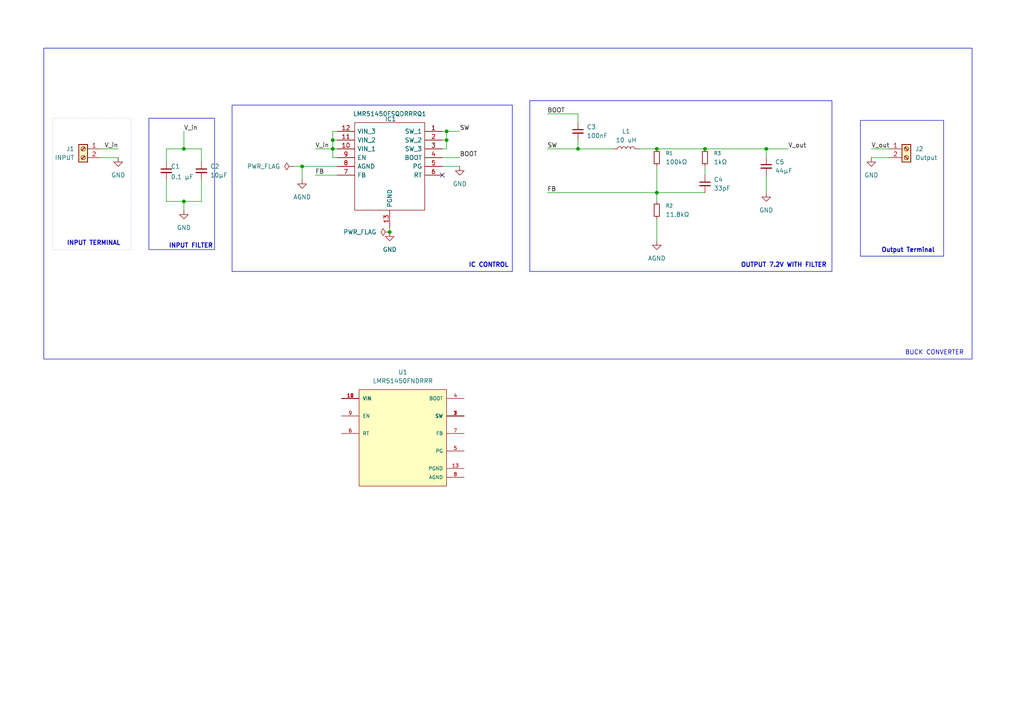
<source format=kicad_sch>
(kicad_sch
	(version 20250114)
	(generator "eeschema")
	(generator_version "9.0")
	(uuid "06198e1d-ef6e-479e-8c91-c0d5c719c1e2")
	(paper "A4")
	(lib_symbols
		(symbol "Connector:Screw_Terminal_01x02"
			(pin_names
				(offset 1.016)
				(hide yes)
			)
			(exclude_from_sim no)
			(in_bom yes)
			(on_board yes)
			(property "Reference" "J"
				(at 0 2.54 0)
				(effects
					(font
						(size 1.27 1.27)
					)
				)
			)
			(property "Value" "Screw_Terminal_01x02"
				(at 0 -5.08 0)
				(effects
					(font
						(size 1.27 1.27)
					)
				)
			)
			(property "Footprint" ""
				(at 0 0 0)
				(effects
					(font
						(size 1.27 1.27)
					)
					(hide yes)
				)
			)
			(property "Datasheet" "~"
				(at 0 0 0)
				(effects
					(font
						(size 1.27 1.27)
					)
					(hide yes)
				)
			)
			(property "Description" "Generic screw terminal, single row, 01x02, script generated (kicad-library-utils/schlib/autogen/connector/)"
				(at 0 0 0)
				(effects
					(font
						(size 1.27 1.27)
					)
					(hide yes)
				)
			)
			(property "ki_keywords" "screw terminal"
				(at 0 0 0)
				(effects
					(font
						(size 1.27 1.27)
					)
					(hide yes)
				)
			)
			(property "ki_fp_filters" "TerminalBlock*:*"
				(at 0 0 0)
				(effects
					(font
						(size 1.27 1.27)
					)
					(hide yes)
				)
			)
			(symbol "Screw_Terminal_01x02_1_1"
				(rectangle
					(start -1.27 1.27)
					(end 1.27 -3.81)
					(stroke
						(width 0.254)
						(type default)
					)
					(fill
						(type background)
					)
				)
				(polyline
					(pts
						(xy -0.5334 0.3302) (xy 0.3302 -0.508)
					)
					(stroke
						(width 0.1524)
						(type default)
					)
					(fill
						(type none)
					)
				)
				(polyline
					(pts
						(xy -0.5334 -2.2098) (xy 0.3302 -3.048)
					)
					(stroke
						(width 0.1524)
						(type default)
					)
					(fill
						(type none)
					)
				)
				(polyline
					(pts
						(xy -0.3556 0.508) (xy 0.508 -0.3302)
					)
					(stroke
						(width 0.1524)
						(type default)
					)
					(fill
						(type none)
					)
				)
				(polyline
					(pts
						(xy -0.3556 -2.032) (xy 0.508 -2.8702)
					)
					(stroke
						(width 0.1524)
						(type default)
					)
					(fill
						(type none)
					)
				)
				(circle
					(center 0 0)
					(radius 0.635)
					(stroke
						(width 0.1524)
						(type default)
					)
					(fill
						(type none)
					)
				)
				(circle
					(center 0 -2.54)
					(radius 0.635)
					(stroke
						(width 0.1524)
						(type default)
					)
					(fill
						(type none)
					)
				)
				(pin passive line
					(at -5.08 0 0)
					(length 3.81)
					(name "Pin_1"
						(effects
							(font
								(size 1.27 1.27)
							)
						)
					)
					(number "1"
						(effects
							(font
								(size 1.27 1.27)
							)
						)
					)
				)
				(pin passive line
					(at -5.08 -2.54 0)
					(length 3.81)
					(name "Pin_2"
						(effects
							(font
								(size 1.27 1.27)
							)
						)
					)
					(number "2"
						(effects
							(font
								(size 1.27 1.27)
							)
						)
					)
				)
			)
			(embedded_fonts no)
		)
		(symbol "Device:C_Small"
			(pin_numbers
				(hide yes)
			)
			(pin_names
				(offset 0.254)
				(hide yes)
			)
			(exclude_from_sim no)
			(in_bom yes)
			(on_board yes)
			(property "Reference" "C"
				(at 0.254 1.778 0)
				(effects
					(font
						(size 1.27 1.27)
					)
					(justify left)
				)
			)
			(property "Value" "C_Small"
				(at 0.254 -2.032 0)
				(effects
					(font
						(size 1.27 1.27)
					)
					(justify left)
				)
			)
			(property "Footprint" ""
				(at 0 0 0)
				(effects
					(font
						(size 1.27 1.27)
					)
					(hide yes)
				)
			)
			(property "Datasheet" "~"
				(at 0 0 0)
				(effects
					(font
						(size 1.27 1.27)
					)
					(hide yes)
				)
			)
			(property "Description" "Unpolarized capacitor, small symbol"
				(at 0 0 0)
				(effects
					(font
						(size 1.27 1.27)
					)
					(hide yes)
				)
			)
			(property "ki_keywords" "capacitor cap"
				(at 0 0 0)
				(effects
					(font
						(size 1.27 1.27)
					)
					(hide yes)
				)
			)
			(property "ki_fp_filters" "C_*"
				(at 0 0 0)
				(effects
					(font
						(size 1.27 1.27)
					)
					(hide yes)
				)
			)
			(symbol "C_Small_0_1"
				(polyline
					(pts
						(xy -1.524 0.508) (xy 1.524 0.508)
					)
					(stroke
						(width 0.3048)
						(type default)
					)
					(fill
						(type none)
					)
				)
				(polyline
					(pts
						(xy -1.524 -0.508) (xy 1.524 -0.508)
					)
					(stroke
						(width 0.3302)
						(type default)
					)
					(fill
						(type none)
					)
				)
			)
			(symbol "C_Small_1_1"
				(pin passive line
					(at 0 2.54 270)
					(length 2.032)
					(name "~"
						(effects
							(font
								(size 1.27 1.27)
							)
						)
					)
					(number "1"
						(effects
							(font
								(size 1.27 1.27)
							)
						)
					)
				)
				(pin passive line
					(at 0 -2.54 90)
					(length 2.032)
					(name "~"
						(effects
							(font
								(size 1.27 1.27)
							)
						)
					)
					(number "2"
						(effects
							(font
								(size 1.27 1.27)
							)
						)
					)
				)
			)
			(embedded_fonts no)
		)
		(symbol "Device:L"
			(pin_numbers
				(hide yes)
			)
			(pin_names
				(offset 1.016)
				(hide yes)
			)
			(exclude_from_sim no)
			(in_bom yes)
			(on_board yes)
			(property "Reference" "L"
				(at -1.27 0 90)
				(effects
					(font
						(size 1.27 1.27)
					)
				)
			)
			(property "Value" "L"
				(at 1.905 0 90)
				(effects
					(font
						(size 1.27 1.27)
					)
				)
			)
			(property "Footprint" ""
				(at 0 0 0)
				(effects
					(font
						(size 1.27 1.27)
					)
					(hide yes)
				)
			)
			(property "Datasheet" "~"
				(at 0 0 0)
				(effects
					(font
						(size 1.27 1.27)
					)
					(hide yes)
				)
			)
			(property "Description" "Inductor"
				(at 0 0 0)
				(effects
					(font
						(size 1.27 1.27)
					)
					(hide yes)
				)
			)
			(property "ki_keywords" "inductor choke coil reactor magnetic"
				(at 0 0 0)
				(effects
					(font
						(size 1.27 1.27)
					)
					(hide yes)
				)
			)
			(property "ki_fp_filters" "Choke_* *Coil* Inductor_* L_*"
				(at 0 0 0)
				(effects
					(font
						(size 1.27 1.27)
					)
					(hide yes)
				)
			)
			(symbol "L_0_1"
				(arc
					(start 0 2.54)
					(mid 0.6323 1.905)
					(end 0 1.27)
					(stroke
						(width 0)
						(type default)
					)
					(fill
						(type none)
					)
				)
				(arc
					(start 0 1.27)
					(mid 0.6323 0.635)
					(end 0 0)
					(stroke
						(width 0)
						(type default)
					)
					(fill
						(type none)
					)
				)
				(arc
					(start 0 0)
					(mid 0.6323 -0.635)
					(end 0 -1.27)
					(stroke
						(width 0)
						(type default)
					)
					(fill
						(type none)
					)
				)
				(arc
					(start 0 -1.27)
					(mid 0.6323 -1.905)
					(end 0 -2.54)
					(stroke
						(width 0)
						(type default)
					)
					(fill
						(type none)
					)
				)
			)
			(symbol "L_1_1"
				(pin passive line
					(at 0 3.81 270)
					(length 1.27)
					(name "1"
						(effects
							(font
								(size 1.27 1.27)
							)
						)
					)
					(number "1"
						(effects
							(font
								(size 1.27 1.27)
							)
						)
					)
				)
				(pin passive line
					(at 0 -3.81 90)
					(length 1.27)
					(name "2"
						(effects
							(font
								(size 1.27 1.27)
							)
						)
					)
					(number "2"
						(effects
							(font
								(size 1.27 1.27)
							)
						)
					)
				)
			)
			(embedded_fonts no)
		)
		(symbol "Device:R_Small"
			(pin_numbers
				(hide yes)
			)
			(pin_names
				(offset 0.254)
				(hide yes)
			)
			(exclude_from_sim no)
			(in_bom yes)
			(on_board yes)
			(property "Reference" "R"
				(at 0 0 90)
				(effects
					(font
						(size 1.016 1.016)
					)
				)
			)
			(property "Value" "R_Small"
				(at 1.778 0 90)
				(effects
					(font
						(size 1.27 1.27)
					)
				)
			)
			(property "Footprint" ""
				(at 0 0 0)
				(effects
					(font
						(size 1.27 1.27)
					)
					(hide yes)
				)
			)
			(property "Datasheet" "~"
				(at 0 0 0)
				(effects
					(font
						(size 1.27 1.27)
					)
					(hide yes)
				)
			)
			(property "Description" "Resistor, small symbol"
				(at 0 0 0)
				(effects
					(font
						(size 1.27 1.27)
					)
					(hide yes)
				)
			)
			(property "ki_keywords" "R resistor"
				(at 0 0 0)
				(effects
					(font
						(size 1.27 1.27)
					)
					(hide yes)
				)
			)
			(property "ki_fp_filters" "R_*"
				(at 0 0 0)
				(effects
					(font
						(size 1.27 1.27)
					)
					(hide yes)
				)
			)
			(symbol "R_Small_0_1"
				(rectangle
					(start -0.762 1.778)
					(end 0.762 -1.778)
					(stroke
						(width 0.2032)
						(type default)
					)
					(fill
						(type none)
					)
				)
			)
			(symbol "R_Small_1_1"
				(pin passive line
					(at 0 2.54 270)
					(length 0.762)
					(name "~"
						(effects
							(font
								(size 1.27 1.27)
							)
						)
					)
					(number "1"
						(effects
							(font
								(size 1.27 1.27)
							)
						)
					)
				)
				(pin passive line
					(at 0 -2.54 90)
					(length 0.762)
					(name "~"
						(effects
							(font
								(size 1.27 1.27)
							)
						)
					)
					(number "2"
						(effects
							(font
								(size 1.27 1.27)
							)
						)
					)
				)
			)
			(embedded_fonts no)
		)
		(symbol "LMR51450FNDRRR:LMR51450FNDRRR"
			(pin_names
				(offset 1.016)
			)
			(exclude_from_sim no)
			(in_bom yes)
			(on_board yes)
			(property "Reference" "U"
				(at -12.7 13.335 0)
				(effects
					(font
						(size 1.27 1.27)
					)
					(justify left bottom)
				)
			)
			(property "Value" "LMR51450FNDRRR"
				(at -12.7 -17.78 0)
				(effects
					(font
						(size 1.27 1.27)
					)
					(justify left bottom)
				)
			)
			(property "Footprint" "LMR51450FNDRRR:CONV_LMR51450FNDRRR"
				(at 0 0 0)
				(effects
					(font
						(size 1.27 1.27)
					)
					(justify bottom)
					(hide yes)
				)
			)
			(property "Datasheet" ""
				(at 0 0 0)
				(effects
					(font
						(size 1.27 1.27)
					)
					(hide yes)
				)
			)
			(property "Description" ""
				(at 0 0 0)
				(effects
					(font
						(size 1.27 1.27)
					)
					(hide yes)
				)
			)
			(property "MF" "Texas Instruments"
				(at 0 0 0)
				(effects
					(font
						(size 1.27 1.27)
					)
					(justify bottom)
					(hide yes)
				)
			)
			(property "MAXIMUM_PACKAGE_HEIGHT" "0.80 mm"
				(at 0 0 0)
				(effects
					(font
						(size 1.27 1.27)
					)
					(justify bottom)
					(hide yes)
				)
			)
			(property "Package" "WSON-12 Texas Instruments"
				(at 0 0 0)
				(effects
					(font
						(size 1.27 1.27)
					)
					(justify bottom)
					(hide yes)
				)
			)
			(property "Price" "None"
				(at 0 0 0)
				(effects
					(font
						(size 1.27 1.27)
					)
					(justify bottom)
					(hide yes)
				)
			)
			(property "Check_prices" "https://www.snapeda.com/parts/LMR51450FNDRRR/Texas+Instruments/view-part/?ref=eda"
				(at 0 0 0)
				(effects
					(font
						(size 1.27 1.27)
					)
					(justify bottom)
					(hide yes)
				)
			)
			(property "STANDARD" "Manufacturer Recommendations"
				(at 0 0 0)
				(effects
					(font
						(size 1.27 1.27)
					)
					(justify bottom)
					(hide yes)
				)
			)
			(property "PARTREV" "December 2022"
				(at 0 0 0)
				(effects
					(font
						(size 1.27 1.27)
					)
					(justify bottom)
					(hide yes)
				)
			)
			(property "SnapEDA_Link" "https://www.snapeda.com/parts/LMR51450FNDRRR/Texas+Instruments/view-part/?ref=snap"
				(at 0 0 0)
				(effects
					(font
						(size 1.27 1.27)
					)
					(justify bottom)
					(hide yes)
				)
			)
			(property "MP" "LMR51450FNDRRR"
				(at 0 0 0)
				(effects
					(font
						(size 1.27 1.27)
					)
					(justify bottom)
					(hide yes)
				)
			)
			(property "Description_1" "36-V, 5-A synchronous buck converter"
				(at 0 0 0)
				(effects
					(font
						(size 1.27 1.27)
					)
					(justify bottom)
					(hide yes)
				)
			)
			(property "Availability" "In Stock"
				(at 0 0 0)
				(effects
					(font
						(size 1.27 1.27)
					)
					(justify bottom)
					(hide yes)
				)
			)
			(property "MANUFACTURER" "Texas Instruments"
				(at 0 0 0)
				(effects
					(font
						(size 1.27 1.27)
					)
					(justify bottom)
					(hide yes)
				)
			)
			(symbol "LMR51450FNDRRR_0_0"
				(rectangle
					(start -12.7 -15.24)
					(end 12.7 12.7)
					(stroke
						(width 0.1524)
						(type default)
					)
					(fill
						(type background)
					)
				)
				(pin input line
					(at -17.78 10.16 0)
					(length 5.08)
					(name "VIN"
						(effects
							(font
								(size 1.016 1.016)
							)
						)
					)
					(number "10"
						(effects
							(font
								(size 1.016 1.016)
							)
						)
					)
				)
				(pin input line
					(at -17.78 10.16 0)
					(length 5.08)
					(name "VIN"
						(effects
							(font
								(size 1.016 1.016)
							)
						)
					)
					(number "11"
						(effects
							(font
								(size 1.016 1.016)
							)
						)
					)
				)
				(pin input line
					(at -17.78 10.16 0)
					(length 5.08)
					(name "VIN"
						(effects
							(font
								(size 1.016 1.016)
							)
						)
					)
					(number "12"
						(effects
							(font
								(size 1.016 1.016)
							)
						)
					)
				)
				(pin input line
					(at -17.78 5.08 0)
					(length 5.08)
					(name "EN"
						(effects
							(font
								(size 1.016 1.016)
							)
						)
					)
					(number "9"
						(effects
							(font
								(size 1.016 1.016)
							)
						)
					)
				)
				(pin input line
					(at -17.78 0 0)
					(length 5.08)
					(name "RT"
						(effects
							(font
								(size 1.016 1.016)
							)
						)
					)
					(number "6"
						(effects
							(font
								(size 1.016 1.016)
							)
						)
					)
				)
				(pin passive line
					(at 17.78 10.16 180)
					(length 5.08)
					(name "BOOT"
						(effects
							(font
								(size 1.016 1.016)
							)
						)
					)
					(number "4"
						(effects
							(font
								(size 1.016 1.016)
							)
						)
					)
				)
				(pin output line
					(at 17.78 5.08 180)
					(length 5.08)
					(name "SW"
						(effects
							(font
								(size 1.016 1.016)
							)
						)
					)
					(number "1"
						(effects
							(font
								(size 1.016 1.016)
							)
						)
					)
				)
				(pin output line
					(at 17.78 5.08 180)
					(length 5.08)
					(name "SW"
						(effects
							(font
								(size 1.016 1.016)
							)
						)
					)
					(number "2"
						(effects
							(font
								(size 1.016 1.016)
							)
						)
					)
				)
				(pin output line
					(at 17.78 5.08 180)
					(length 5.08)
					(name "SW"
						(effects
							(font
								(size 1.016 1.016)
							)
						)
					)
					(number "3"
						(effects
							(font
								(size 1.016 1.016)
							)
						)
					)
				)
				(pin input line
					(at 17.78 0 180)
					(length 5.08)
					(name "FB"
						(effects
							(font
								(size 1.016 1.016)
							)
						)
					)
					(number "7"
						(effects
							(font
								(size 1.016 1.016)
							)
						)
					)
				)
				(pin output line
					(at 17.78 -5.08 180)
					(length 5.08)
					(name "PG"
						(effects
							(font
								(size 1.016 1.016)
							)
						)
					)
					(number "5"
						(effects
							(font
								(size 1.016 1.016)
							)
						)
					)
				)
				(pin power_in line
					(at 17.78 -10.16 180)
					(length 5.08)
					(name "PGND"
						(effects
							(font
								(size 1.016 1.016)
							)
						)
					)
					(number "13"
						(effects
							(font
								(size 1.016 1.016)
							)
						)
					)
				)
				(pin power_in line
					(at 17.78 -12.7 180)
					(length 5.08)
					(name "AGND"
						(effects
							(font
								(size 1.016 1.016)
							)
						)
					)
					(number "8"
						(effects
							(font
								(size 1.016 1.016)
							)
						)
					)
				)
			)
			(embedded_fonts no)
		)
		(symbol "LMR51450FSQDRRRQ1:LMR51450FSQDRRRQ1"
			(pin_names
				(offset 0.762)
			)
			(exclude_from_sim no)
			(in_bom yes)
			(on_board yes)
			(property "Reference" "IC"
				(at 26.67 7.62 0)
				(effects
					(font
						(size 1.27 1.27)
					)
					(justify left)
				)
			)
			(property "Value" "LMR51450FSQDRRRQ1"
				(at 26.67 5.08 0)
				(effects
					(font
						(size 1.27 1.27)
					)
					(justify left)
				)
			)
			(property "Footprint" "SON50P300X300X80-13N-D"
				(at 26.67 2.54 0)
				(effects
					(font
						(size 1.27 1.27)
					)
					(justify left)
					(hide yes)
				)
			)
			(property "Datasheet" "https://www.ti.com/lit/ds/symlink/lmr51450-q1.pdf?ts=1754385833072&ref_url=https%253A%252F%252Fwww.ti.com%252Fproduct%252FLMR51450-Q1%252Fpart-details%252FLMR51450FSQDRRRQ1%253Futm_source%253Dgoogle%2526utm_medium%253Dcpc%2526utm_campaign%253Dapp-null-nul"
				(at 26.67 0 0)
				(effects
					(font
						(size 1.27 1.27)
					)
					(justify left)
					(hide yes)
				)
			)
			(property "Description" "Switching Voltage Regulators Automotive 36V 6A Synchronous buck con"
				(at 0 0 0)
				(effects
					(font
						(size 1.27 1.27)
					)
					(hide yes)
				)
			)
			(property "Description_1" "Switching Voltage Regulators Automotive 36V 6A Synchronous buck con"
				(at 26.67 -2.54 0)
				(effects
					(font
						(size 1.27 1.27)
					)
					(justify left)
					(hide yes)
				)
			)
			(property "Height" "0.8"
				(at 26.67 -5.08 0)
				(effects
					(font
						(size 1.27 1.27)
					)
					(justify left)
					(hide yes)
				)
			)
			(property "Mouser Part Number" "595-LMR51450FSQDRRQ1"
				(at 26.67 -7.62 0)
				(effects
					(font
						(size 1.27 1.27)
					)
					(justify left)
					(hide yes)
				)
			)
			(property "Mouser Price/Stock" "https://www.mouser.co.uk/ProductDetail/Texas-Instruments/LMR51450FSQDRRRQ1?qs=iLKYxzqNS76%252BZaNCQflYjw%3D%3D"
				(at 26.67 -10.16 0)
				(effects
					(font
						(size 1.27 1.27)
					)
					(justify left)
					(hide yes)
				)
			)
			(property "Manufacturer_Name" "Texas Instruments"
				(at 26.67 -12.7 0)
				(effects
					(font
						(size 1.27 1.27)
					)
					(justify left)
					(hide yes)
				)
			)
			(property "Manufacturer_Part_Number" "LMR51450FSQDRRRQ1"
				(at 26.67 -15.24 0)
				(effects
					(font
						(size 1.27 1.27)
					)
					(justify left)
					(hide yes)
				)
			)
			(symbol "LMR51450FSQDRRRQ1_0_0"
				(pin passive line
					(at 0 0 0)
					(length 5.08)
					(name "SW_1"
						(effects
							(font
								(size 1.27 1.27)
							)
						)
					)
					(number "1"
						(effects
							(font
								(size 1.27 1.27)
							)
						)
					)
				)
				(pin passive line
					(at 0 -2.54 0)
					(length 5.08)
					(name "SW_2"
						(effects
							(font
								(size 1.27 1.27)
							)
						)
					)
					(number "2"
						(effects
							(font
								(size 1.27 1.27)
							)
						)
					)
				)
				(pin passive line
					(at 0 -5.08 0)
					(length 5.08)
					(name "SW_3"
						(effects
							(font
								(size 1.27 1.27)
							)
						)
					)
					(number "3"
						(effects
							(font
								(size 1.27 1.27)
							)
						)
					)
				)
				(pin passive line
					(at 0 -7.62 0)
					(length 5.08)
					(name "BOOT"
						(effects
							(font
								(size 1.27 1.27)
							)
						)
					)
					(number "4"
						(effects
							(font
								(size 1.27 1.27)
							)
						)
					)
				)
				(pin passive line
					(at 0 -10.16 0)
					(length 5.08)
					(name "PG"
						(effects
							(font
								(size 1.27 1.27)
							)
						)
					)
					(number "5"
						(effects
							(font
								(size 1.27 1.27)
							)
						)
					)
				)
				(pin passive line
					(at 0 -12.7 0)
					(length 5.08)
					(name "RT"
						(effects
							(font
								(size 1.27 1.27)
							)
						)
					)
					(number "6"
						(effects
							(font
								(size 1.27 1.27)
							)
						)
					)
				)
				(pin passive line
					(at 15.24 -27.94 90)
					(length 5.08)
					(name "PGND"
						(effects
							(font
								(size 1.27 1.27)
							)
						)
					)
					(number "13"
						(effects
							(font
								(size 1.27 1.27)
							)
						)
					)
				)
				(pin passive line
					(at 30.48 0 180)
					(length 5.08)
					(name "VIN_3"
						(effects
							(font
								(size 1.27 1.27)
							)
						)
					)
					(number "12"
						(effects
							(font
								(size 1.27 1.27)
							)
						)
					)
				)
				(pin passive line
					(at 30.48 -2.54 180)
					(length 5.08)
					(name "VIN_2"
						(effects
							(font
								(size 1.27 1.27)
							)
						)
					)
					(number "11"
						(effects
							(font
								(size 1.27 1.27)
							)
						)
					)
				)
				(pin passive line
					(at 30.48 -5.08 180)
					(length 5.08)
					(name "VIN_1"
						(effects
							(font
								(size 1.27 1.27)
							)
						)
					)
					(number "10"
						(effects
							(font
								(size 1.27 1.27)
							)
						)
					)
				)
				(pin passive line
					(at 30.48 -7.62 180)
					(length 5.08)
					(name "EN"
						(effects
							(font
								(size 1.27 1.27)
							)
						)
					)
					(number "9"
						(effects
							(font
								(size 1.27 1.27)
							)
						)
					)
				)
				(pin passive line
					(at 30.48 -10.16 180)
					(length 5.08)
					(name "AGND"
						(effects
							(font
								(size 1.27 1.27)
							)
						)
					)
					(number "8"
						(effects
							(font
								(size 1.27 1.27)
							)
						)
					)
				)
				(pin passive line
					(at 30.48 -12.7 180)
					(length 5.08)
					(name "FB"
						(effects
							(font
								(size 1.27 1.27)
							)
						)
					)
					(number "7"
						(effects
							(font
								(size 1.27 1.27)
							)
						)
					)
				)
			)
			(symbol "LMR51450FSQDRRRQ1_0_1"
				(polyline
					(pts
						(xy 5.08 2.54) (xy 25.4 2.54) (xy 25.4 -22.86) (xy 5.08 -22.86) (xy 5.08 2.54)
					)
					(stroke
						(width 0.1524)
						(type solid)
					)
					(fill
						(type none)
					)
				)
			)
			(embedded_fonts no)
		)
		(symbol "power:GND"
			(power)
			(pin_numbers
				(hide yes)
			)
			(pin_names
				(offset 0)
				(hide yes)
			)
			(exclude_from_sim no)
			(in_bom yes)
			(on_board yes)
			(property "Reference" "#PWR"
				(at 0 -6.35 0)
				(effects
					(font
						(size 1.27 1.27)
					)
					(hide yes)
				)
			)
			(property "Value" "GND"
				(at 0 -3.81 0)
				(effects
					(font
						(size 1.27 1.27)
					)
				)
			)
			(property "Footprint" ""
				(at 0 0 0)
				(effects
					(font
						(size 1.27 1.27)
					)
					(hide yes)
				)
			)
			(property "Datasheet" ""
				(at 0 0 0)
				(effects
					(font
						(size 1.27 1.27)
					)
					(hide yes)
				)
			)
			(property "Description" "Power symbol creates a global label with name \"GND\" , ground"
				(at 0 0 0)
				(effects
					(font
						(size 1.27 1.27)
					)
					(hide yes)
				)
			)
			(property "ki_keywords" "global power"
				(at 0 0 0)
				(effects
					(font
						(size 1.27 1.27)
					)
					(hide yes)
				)
			)
			(symbol "GND_0_1"
				(polyline
					(pts
						(xy 0 0) (xy 0 -1.27) (xy 1.27 -1.27) (xy 0 -2.54) (xy -1.27 -1.27) (xy 0 -1.27)
					)
					(stroke
						(width 0)
						(type default)
					)
					(fill
						(type none)
					)
				)
			)
			(symbol "GND_1_1"
				(pin power_in line
					(at 0 0 270)
					(length 0)
					(name "~"
						(effects
							(font
								(size 1.27 1.27)
							)
						)
					)
					(number "1"
						(effects
							(font
								(size 1.27 1.27)
							)
						)
					)
				)
			)
			(embedded_fonts no)
		)
		(symbol "power:GND1"
			(power)
			(pin_numbers
				(hide yes)
			)
			(pin_names
				(offset 0)
				(hide yes)
			)
			(exclude_from_sim no)
			(in_bom yes)
			(on_board yes)
			(property "Reference" "#PWR"
				(at 0 -6.35 0)
				(effects
					(font
						(size 1.27 1.27)
					)
					(hide yes)
				)
			)
			(property "Value" "GND1"
				(at 0 -3.81 0)
				(effects
					(font
						(size 1.27 1.27)
					)
				)
			)
			(property "Footprint" ""
				(at 0 0 0)
				(effects
					(font
						(size 1.27 1.27)
					)
					(hide yes)
				)
			)
			(property "Datasheet" ""
				(at 0 0 0)
				(effects
					(font
						(size 1.27 1.27)
					)
					(hide yes)
				)
			)
			(property "Description" "Power symbol creates a global label with name \"GND1\" , ground"
				(at 0 0 0)
				(effects
					(font
						(size 1.27 1.27)
					)
					(hide yes)
				)
			)
			(property "ki_keywords" "global power"
				(at 0 0 0)
				(effects
					(font
						(size 1.27 1.27)
					)
					(hide yes)
				)
			)
			(symbol "GND1_0_1"
				(polyline
					(pts
						(xy 0 0) (xy 0 -1.27) (xy 1.27 -1.27) (xy 0 -2.54) (xy -1.27 -1.27) (xy 0 -1.27)
					)
					(stroke
						(width 0)
						(type default)
					)
					(fill
						(type none)
					)
				)
			)
			(symbol "GND1_1_1"
				(pin power_in line
					(at 0 0 270)
					(length 0)
					(name "~"
						(effects
							(font
								(size 1.27 1.27)
							)
						)
					)
					(number "1"
						(effects
							(font
								(size 1.27 1.27)
							)
						)
					)
				)
			)
			(embedded_fonts no)
		)
		(symbol "power:PWR_FLAG"
			(power)
			(pin_numbers
				(hide yes)
			)
			(pin_names
				(offset 0)
				(hide yes)
			)
			(exclude_from_sim no)
			(in_bom yes)
			(on_board yes)
			(property "Reference" "#FLG"
				(at 0 1.905 0)
				(effects
					(font
						(size 1.27 1.27)
					)
					(hide yes)
				)
			)
			(property "Value" "PWR_FLAG"
				(at 0 3.81 0)
				(effects
					(font
						(size 1.27 1.27)
					)
				)
			)
			(property "Footprint" ""
				(at 0 0 0)
				(effects
					(font
						(size 1.27 1.27)
					)
					(hide yes)
				)
			)
			(property "Datasheet" "~"
				(at 0 0 0)
				(effects
					(font
						(size 1.27 1.27)
					)
					(hide yes)
				)
			)
			(property "Description" "Special symbol for telling ERC where power comes from"
				(at 0 0 0)
				(effects
					(font
						(size 1.27 1.27)
					)
					(hide yes)
				)
			)
			(property "ki_keywords" "flag power"
				(at 0 0 0)
				(effects
					(font
						(size 1.27 1.27)
					)
					(hide yes)
				)
			)
			(symbol "PWR_FLAG_0_0"
				(pin power_out line
					(at 0 0 90)
					(length 0)
					(name "~"
						(effects
							(font
								(size 1.27 1.27)
							)
						)
					)
					(number "1"
						(effects
							(font
								(size 1.27 1.27)
							)
						)
					)
				)
			)
			(symbol "PWR_FLAG_0_1"
				(polyline
					(pts
						(xy 0 0) (xy 0 1.27) (xy -1.016 1.905) (xy 0 2.54) (xy 1.016 1.905) (xy 0 1.27)
					)
					(stroke
						(width 0)
						(type default)
					)
					(fill
						(type none)
					)
				)
			)
			(embedded_fonts no)
		)
	)
	(rectangle
		(start 43.18 34.29)
		(end 62.23 72.39)
		(stroke
			(width 0)
			(type default)
		)
		(fill
			(type none)
		)
		(uuid 03d3885d-0b50-4d58-9a8d-a41eae815ff1)
	)
	(rectangle
		(start 15.24 34.29)
		(end 38.1 72.39)
		(stroke
			(width 0.0254)
			(type dot)
		)
		(fill
			(type none)
		)
		(uuid 3b5ee514-e882-4b96-9650-85d0db097b7f)
	)
	(rectangle
		(start 249.555 34.925)
		(end 273.685 74.295)
		(stroke
			(width 0)
			(type default)
		)
		(fill
			(type none)
		)
		(uuid ae9fefb8-f041-422e-b62a-b8f4f5ab04ed)
	)
	(rectangle
		(start 67.31 30.48)
		(end 148.59 78.74)
		(stroke
			(width 0)
			(type default)
		)
		(fill
			(type none)
		)
		(uuid baa00e92-cd50-4eaa-8ef2-d457459c0b2c)
	)
	(rectangle
		(start 12.7 13.97)
		(end 281.94 104.14)
		(stroke
			(width 0)
			(type default)
		)
		(fill
			(type none)
		)
		(uuid d2b68a17-4277-4588-8ef7-ec1658f3ed9f)
	)
	(rectangle
		(start 153.67 29.21)
		(end 241.3 78.74)
		(stroke
			(width 0)
			(type default)
		)
		(fill
			(type none)
		)
		(uuid e78b618b-25f4-4476-80b9-344f72214b88)
	)
	(text "BUCK CONVERTER"
		(exclude_from_sim no)
		(at 271.018 102.362 0)
		(effects
			(font
				(size 1.27 1.27)
			)
		)
		(uuid "1d90e203-c803-408b-b708-04a2f41afcd0")
	)
	(text "INPUT FILTER"
		(exclude_from_sim no)
		(at 55.372 71.374 0)
		(effects
			(font
				(size 1.27 1.27)
				(thickness 0.254)
				(bold yes)
			)
		)
		(uuid "3b82f307-cbd5-4157-8dad-f1280977983f")
	)
	(text "Output Terminal"
		(exclude_from_sim no)
		(at 263.398 72.644 0)
		(effects
			(font
				(size 1.27 1.27)
				(thickness 0.254)
				(bold yes)
			)
		)
		(uuid "6befab9f-034a-4992-9bd8-7c5d3ac92e3c")
	)
	(text "INPUT TERMINAL"
		(exclude_from_sim no)
		(at 27.178 70.612 0)
		(effects
			(font
				(size 1.27 1.27)
				(thickness 0.254)
				(bold yes)
			)
		)
		(uuid "92bd2a8a-323a-4a57-bae8-40b32cab62d7")
	)
	(text "OUTPUT 7.2V WITH FILTER"
		(exclude_from_sim no)
		(at 227.33 76.962 0)
		(effects
			(font
				(size 1.27 1.27)
				(thickness 0.254)
				(bold yes)
			)
		)
		(uuid "b2bd81be-dce5-417c-b650-6f8889bb4ea2")
	)
	(text "IC CONTROL"
		(exclude_from_sim no)
		(at 141.732 76.962 0)
		(effects
			(font
				(size 1.27 1.27)
				(thickness 0.254)
				(bold yes)
			)
		)
		(uuid "dbce6435-4244-47fa-8a76-b9378fef4de1")
	)
	(junction
		(at 204.47 43.18)
		(diameter 0)
		(color 0 0 0 0)
		(uuid "0420b784-5bb0-45d3-9e17-5dbfb4a1319b")
	)
	(junction
		(at 53.34 58.42)
		(diameter 0)
		(color 0 0 0 0)
		(uuid "0c7d6fdc-60cc-44bb-bd1a-d3c30692299b")
	)
	(junction
		(at 53.34 43.18)
		(diameter 0)
		(color 0 0 0 0)
		(uuid "0fa6a7f3-9579-42ac-ae9b-46760685ce6d")
	)
	(junction
		(at 87.63 48.26)
		(diameter 0)
		(color 0 0 0 0)
		(uuid "341867bb-8289-4630-bd8a-7c020e0b5c68")
	)
	(junction
		(at 190.5 55.88)
		(diameter 0)
		(color 0 0 0 0)
		(uuid "401dccf8-0b9b-454e-8bad-022c8c117e61")
	)
	(junction
		(at 129.54 40.64)
		(diameter 0)
		(color 0 0 0 0)
		(uuid "44f73a1b-4af5-4a43-be6e-ae8b889c6c2c")
	)
	(junction
		(at 113.03 67.31)
		(diameter 0)
		(color 0 0 0 0)
		(uuid "4dbd3df1-4ce1-41dd-a5b2-60ceb09b2a42")
	)
	(junction
		(at 96.52 40.64)
		(diameter 0)
		(color 0 0 0 0)
		(uuid "6fab095b-e5ce-44ae-8729-a417b62df86e")
	)
	(junction
		(at 222.25 43.18)
		(diameter 0)
		(color 0 0 0 0)
		(uuid "9302631b-e719-4a21-8aa5-0ed579505bf4")
	)
	(junction
		(at 190.5 43.18)
		(diameter 0)
		(color 0 0 0 0)
		(uuid "a6926a37-4c7c-4e65-b7a8-cfd01fc82bc6")
	)
	(junction
		(at 96.52 43.18)
		(diameter 0)
		(color 0 0 0 0)
		(uuid "a8205c3a-24e3-4d0a-9e96-52fb5adca192")
	)
	(junction
		(at 167.64 43.18)
		(diameter 0)
		(color 0 0 0 0)
		(uuid "bac646e2-8ae5-4560-9860-313ec6514af3")
	)
	(junction
		(at 129.54 38.1)
		(diameter 0)
		(color 0 0 0 0)
		(uuid "f64a0abb-4e94-423f-88c9-f519632c68f6")
	)
	(no_connect
		(at 128.27 50.8)
		(uuid "241f1d81-6651-4bca-8305-0bafcec730e7")
	)
	(wire
		(pts
			(xy 58.42 58.42) (xy 53.34 58.42)
		)
		(stroke
			(width 0)
			(type default)
		)
		(uuid "00f0ff13-9c01-42ac-a5a5-eb91b11a74ef")
	)
	(wire
		(pts
			(xy 158.75 33.02) (xy 167.64 33.02)
		)
		(stroke
			(width 0)
			(type default)
		)
		(uuid "041d7eb2-4e35-4d2e-803f-bf979abd72fe")
	)
	(wire
		(pts
			(xy 190.5 48.26) (xy 190.5 55.88)
		)
		(stroke
			(width 0)
			(type default)
		)
		(uuid "0b8fc17b-5042-4aff-a6e9-5b6a1617142c")
	)
	(wire
		(pts
			(xy 190.5 63.5) (xy 190.5 69.85)
		)
		(stroke
			(width 0)
			(type default)
		)
		(uuid "105d4e8e-00da-44c4-ac2f-fc1c05c0612e")
	)
	(wire
		(pts
			(xy 204.47 48.26) (xy 204.47 50.8)
		)
		(stroke
			(width 0)
			(type default)
		)
		(uuid "12329cba-53d0-4084-ac39-bfda712bbdac")
	)
	(wire
		(pts
			(xy 96.52 40.64) (xy 97.79 40.64)
		)
		(stroke
			(width 0)
			(type default)
		)
		(uuid "19d20edb-8883-4765-a5d0-3d9e808dd487")
	)
	(wire
		(pts
			(xy 128.27 38.1) (xy 129.54 38.1)
		)
		(stroke
			(width 0)
			(type default)
		)
		(uuid "207490a5-ea38-4f5d-ac49-669905993be8")
	)
	(wire
		(pts
			(xy 34.29 45.72) (xy 29.21 45.72)
		)
		(stroke
			(width 0)
			(type default)
		)
		(uuid "29aa59ac-49c7-417b-b376-8d298a2e8d6f")
	)
	(wire
		(pts
			(xy 167.64 33.02) (xy 167.64 35.56)
		)
		(stroke
			(width 0)
			(type default)
		)
		(uuid "2b36d430-f525-48e7-b465-bf6c1844b3af")
	)
	(wire
		(pts
			(xy 158.75 43.18) (xy 167.64 43.18)
		)
		(stroke
			(width 0)
			(type default)
		)
		(uuid "2eabe810-4467-46e0-9530-0275c36f0af4")
	)
	(wire
		(pts
			(xy 96.52 38.1) (xy 96.52 40.64)
		)
		(stroke
			(width 0)
			(type default)
		)
		(uuid "342de68b-cab2-4d1f-87b1-15209c7988e4")
	)
	(wire
		(pts
			(xy 96.52 45.72) (xy 96.52 43.18)
		)
		(stroke
			(width 0)
			(type default)
		)
		(uuid "4943a1df-4e30-4eed-8f6b-331575cc531d")
	)
	(wire
		(pts
			(xy 222.25 45.72) (xy 222.25 43.18)
		)
		(stroke
			(width 0)
			(type default)
		)
		(uuid "499f3535-0e5a-4af2-9e4d-8c84bde72618")
	)
	(wire
		(pts
			(xy 128.27 43.18) (xy 129.54 43.18)
		)
		(stroke
			(width 0)
			(type default)
		)
		(uuid "4cf82c39-c88a-41fb-91cf-373993fc95e6")
	)
	(wire
		(pts
			(xy 87.63 48.26) (xy 97.79 48.26)
		)
		(stroke
			(width 0)
			(type default)
		)
		(uuid "53c512d4-a1d1-435d-bcf8-b0ef1927edd1")
	)
	(wire
		(pts
			(xy 190.5 55.88) (xy 190.5 58.42)
		)
		(stroke
			(width 0)
			(type default)
		)
		(uuid "5c449a60-ed5d-4b55-97a7-c16a58ca4d00")
	)
	(wire
		(pts
			(xy 91.44 50.8) (xy 97.79 50.8)
		)
		(stroke
			(width 0)
			(type default)
		)
		(uuid "669763f7-041e-4b1f-8c22-7cc191e98892")
	)
	(wire
		(pts
			(xy 85.09 48.26) (xy 87.63 48.26)
		)
		(stroke
			(width 0)
			(type default)
		)
		(uuid "68922b1d-7b76-4b7d-b29d-e42b44b2deac")
	)
	(wire
		(pts
			(xy 53.34 43.18) (xy 53.34 38.1)
		)
		(stroke
			(width 0)
			(type default)
		)
		(uuid "6ab63ad0-2b2f-44fd-bb4f-c6fcb7320bf8")
	)
	(wire
		(pts
			(xy 48.26 46.99) (xy 48.26 43.18)
		)
		(stroke
			(width 0)
			(type default)
		)
		(uuid "6b78441c-af77-484e-ac18-fdece3c7e1da")
	)
	(wire
		(pts
			(xy 129.54 40.64) (xy 129.54 38.1)
		)
		(stroke
			(width 0)
			(type default)
		)
		(uuid "6bf80eae-5404-4eab-98f4-ce18e37f8d89")
	)
	(wire
		(pts
			(xy 222.25 50.8) (xy 222.25 55.88)
		)
		(stroke
			(width 0)
			(type default)
		)
		(uuid "6eba747c-ae15-42d2-81a9-8c77cae9c964")
	)
	(wire
		(pts
			(xy 190.5 43.18) (xy 204.47 43.18)
		)
		(stroke
			(width 0)
			(type default)
		)
		(uuid "6f8b1df7-3016-46a6-be35-976e7ad188f2")
	)
	(wire
		(pts
			(xy 91.44 43.18) (xy 96.52 43.18)
		)
		(stroke
			(width 0)
			(type default)
		)
		(uuid "7099c5ab-69df-44b7-a8c8-debbe207e622")
	)
	(wire
		(pts
			(xy 129.54 38.1) (xy 133.35 38.1)
		)
		(stroke
			(width 0)
			(type default)
		)
		(uuid "716b01b8-de89-4b54-bfae-936bd7e972f8")
	)
	(wire
		(pts
			(xy 222.25 43.18) (xy 204.47 43.18)
		)
		(stroke
			(width 0)
			(type default)
		)
		(uuid "7c05d47e-e35a-4e39-b224-4d2078f7fad4")
	)
	(wire
		(pts
			(xy 58.42 43.18) (xy 53.34 43.18)
		)
		(stroke
			(width 0)
			(type default)
		)
		(uuid "7fdd0e3d-e524-4112-a506-c86f9bb3d58b")
	)
	(wire
		(pts
			(xy 48.26 52.07) (xy 48.26 58.42)
		)
		(stroke
			(width 0)
			(type default)
		)
		(uuid "8769bf60-9e27-481f-8660-aebda37d4f36")
	)
	(wire
		(pts
			(xy 128.27 40.64) (xy 129.54 40.64)
		)
		(stroke
			(width 0)
			(type default)
		)
		(uuid "89a86593-868a-4a8a-8214-adf0f12eecb1")
	)
	(wire
		(pts
			(xy 97.79 45.72) (xy 96.52 45.72)
		)
		(stroke
			(width 0)
			(type default)
		)
		(uuid "8c53f373-2728-45ec-be0a-05efaf4fdcce")
	)
	(wire
		(pts
			(xy 167.64 40.64) (xy 167.64 43.18)
		)
		(stroke
			(width 0)
			(type default)
		)
		(uuid "96120056-5b13-452d-a6fe-6122055c0a91")
	)
	(wire
		(pts
			(xy 185.42 43.18) (xy 190.5 43.18)
		)
		(stroke
			(width 0)
			(type default)
		)
		(uuid "97a953bd-a4d2-42be-ae23-3a2ba14a1dd6")
	)
	(wire
		(pts
			(xy 252.73 45.72) (xy 257.81 45.72)
		)
		(stroke
			(width 0)
			(type default)
		)
		(uuid "a249deda-3dde-4e17-b004-0d66d6f9b0dd")
	)
	(wire
		(pts
			(xy 97.79 38.1) (xy 96.52 38.1)
		)
		(stroke
			(width 0)
			(type default)
		)
		(uuid "abe643d6-663c-493c-bc5e-a1a5eb7a7081")
	)
	(wire
		(pts
			(xy 34.29 43.18) (xy 29.21 43.18)
		)
		(stroke
			(width 0)
			(type default)
		)
		(uuid "aec3e686-0e33-44a1-84df-d045567a1311")
	)
	(wire
		(pts
			(xy 190.5 55.88) (xy 204.47 55.88)
		)
		(stroke
			(width 0)
			(type default)
		)
		(uuid "b96c8028-4375-4670-9a69-78cf9ea4093e")
	)
	(wire
		(pts
			(xy 113.03 66.04) (xy 113.03 67.31)
		)
		(stroke
			(width 0)
			(type default)
		)
		(uuid "be5ba5cb-a907-4480-a56b-d1595b7c4e0f")
	)
	(wire
		(pts
			(xy 129.54 43.18) (xy 129.54 40.64)
		)
		(stroke
			(width 0)
			(type default)
		)
		(uuid "c414ac76-d7dc-41f6-8caa-6fc986f7e63b")
	)
	(wire
		(pts
			(xy 128.27 48.26) (xy 133.35 48.26)
		)
		(stroke
			(width 0)
			(type default)
		)
		(uuid "c6eb5260-ee46-4f20-ae97-1cb080cbf49b")
	)
	(wire
		(pts
			(xy 222.25 43.18) (xy 228.6 43.18)
		)
		(stroke
			(width 0)
			(type default)
		)
		(uuid "c8f039dc-f52d-460a-8044-e059df1d4e84")
	)
	(wire
		(pts
			(xy 158.75 55.88) (xy 190.5 55.88)
		)
		(stroke
			(width 0)
			(type default)
		)
		(uuid "ca7753b5-a543-4451-9fac-ec77c2b41eac")
	)
	(wire
		(pts
			(xy 96.52 40.64) (xy 96.52 43.18)
		)
		(stroke
			(width 0)
			(type default)
		)
		(uuid "d26416da-6cec-4ec8-97e3-2cf95264db5f")
	)
	(wire
		(pts
			(xy 53.34 58.42) (xy 53.34 60.96)
		)
		(stroke
			(width 0)
			(type default)
		)
		(uuid "d3cdc5dc-1a9a-4120-8668-3a5122737d07")
	)
	(wire
		(pts
			(xy 96.52 43.18) (xy 97.79 43.18)
		)
		(stroke
			(width 0)
			(type default)
		)
		(uuid "d82e11b6-d548-4512-80b3-1cb0807cc3c7")
	)
	(wire
		(pts
			(xy 252.73 43.18) (xy 257.81 43.18)
		)
		(stroke
			(width 0)
			(type default)
		)
		(uuid "e60afed8-305f-4de2-a2de-f16014b5976c")
	)
	(wire
		(pts
			(xy 87.63 52.07) (xy 87.63 48.26)
		)
		(stroke
			(width 0)
			(type default)
		)
		(uuid "ee899066-728b-4bae-8a85-be63284764ec")
	)
	(wire
		(pts
			(xy 128.27 45.72) (xy 133.35 45.72)
		)
		(stroke
			(width 0)
			(type default)
		)
		(uuid "eea20365-519f-40f8-8386-fe40951b00e4")
	)
	(wire
		(pts
			(xy 167.64 43.18) (xy 177.8 43.18)
		)
		(stroke
			(width 0)
			(type default)
		)
		(uuid "f2cd53b2-a722-4c36-b132-a64b39c39319")
	)
	(wire
		(pts
			(xy 58.42 52.07) (xy 58.42 58.42)
		)
		(stroke
			(width 0)
			(type default)
		)
		(uuid "f3ab4eb1-49d2-4f4d-89cd-ccd7834a1fc2")
	)
	(wire
		(pts
			(xy 58.42 43.18) (xy 58.42 46.99)
		)
		(stroke
			(width 0)
			(type default)
		)
		(uuid "fac47136-9324-47d8-be6c-7267a0705e3a")
	)
	(wire
		(pts
			(xy 48.26 43.18) (xy 53.34 43.18)
		)
		(stroke
			(width 0)
			(type default)
		)
		(uuid "fb609d94-5853-4c6c-aeaa-ba9f82d928b0")
	)
	(wire
		(pts
			(xy 48.26 58.42) (xy 53.34 58.42)
		)
		(stroke
			(width 0)
			(type default)
		)
		(uuid "fbe42a8b-515a-4c08-94c5-9d14d4cd6ef8")
	)
	(label "BOOT"
		(at 158.75 33.02 0)
		(effects
			(font
				(size 1.27 1.27)
			)
			(justify left bottom)
		)
		(uuid "1bc43320-534f-4a6b-9f96-97e2545a8477")
	)
	(label "V_in"
		(at 91.44 43.18 0)
		(effects
			(font
				(size 1.27 1.27)
			)
			(justify left bottom)
		)
		(uuid "3a004123-2e27-473f-876e-67959db04dfe")
	)
	(label "SW"
		(at 158.75 43.18 0)
		(effects
			(font
				(size 1.27 1.27)
			)
			(justify left bottom)
		)
		(uuid "3a05805d-11f0-433f-85a2-60adc2cbc059")
	)
	(label "BOOT"
		(at 133.35 45.72 0)
		(effects
			(font
				(size 1.27 1.27)
			)
			(justify left bottom)
		)
		(uuid "4f962658-4761-4d15-8357-47565a9da7f8")
	)
	(label "SW"
		(at 133.35 38.1 0)
		(effects
			(font
				(size 1.27 1.27)
			)
			(justify left bottom)
		)
		(uuid "591ae5a3-5334-4e7f-bfbf-5bd86877ea87")
	)
	(label "V_in"
		(at 53.34 38.1 0)
		(effects
			(font
				(size 1.27 1.27)
			)
			(justify left bottom)
		)
		(uuid "7a7c7e4d-0cc9-4f2e-8b93-c9ec5d612eff")
	)
	(label "V_out"
		(at 252.73 43.18 0)
		(effects
			(font
				(size 1.27 1.27)
			)
			(justify left bottom)
		)
		(uuid "ac181a9b-5dfb-4762-9048-ce68010d2a12")
	)
	(label "V_in"
		(at 34.29 43.18 180)
		(effects
			(font
				(size 1.27 1.27)
			)
			(justify right bottom)
		)
		(uuid "d4a616c6-8553-41e8-9d53-9b90eb8cc734")
	)
	(label "FB"
		(at 158.75 55.88 0)
		(effects
			(font
				(size 1.27 1.27)
			)
			(justify left bottom)
		)
		(uuid "d81d5fca-c668-4310-b387-1b4b635ef188")
	)
	(label "V_out"
		(at 228.6 43.18 0)
		(effects
			(font
				(size 1.27 1.27)
			)
			(justify left bottom)
		)
		(uuid "eefbfe9d-0c7d-4a50-99b1-5aaf5be650ff")
	)
	(label "FB"
		(at 91.44 50.8 0)
		(effects
			(font
				(size 1.27 1.27)
			)
			(justify left bottom)
		)
		(uuid "fe0bfe52-b68a-44d5-956f-8ed78a9dda21")
	)
	(symbol
		(lib_id "Device:R_Small")
		(at 190.5 60.96 0)
		(unit 1)
		(exclude_from_sim no)
		(in_bom yes)
		(on_board yes)
		(dnp no)
		(fields_autoplaced yes)
		(uuid "0b8fc789-945d-48a7-98c7-1ebd2cb48e7c")
		(property "Reference" "R2"
			(at 193.04 59.6899 0)
			(effects
				(font
					(size 1.016 1.016)
				)
				(justify left)
			)
		)
		(property "Value" "11.8kΩ"
			(at 193.04 62.2299 0)
			(effects
				(font
					(size 1.27 1.27)
				)
				(justify left)
			)
		)
		(property "Footprint" "Resistor_SMD:R_0603_1608Metric"
			(at 190.5 60.96 0)
			(effects
				(font
					(size 1.27 1.27)
				)
				(hide yes)
			)
		)
		(property "Datasheet" "~"
			(at 190.5 60.96 0)
			(effects
				(font
					(size 1.27 1.27)
				)
				(hide yes)
			)
		)
		(property "Description" "Resistor, small symbol"
			(at 190.5 60.96 0)
			(effects
				(font
					(size 1.27 1.27)
				)
				(hide yes)
			)
		)
		(pin "1"
			(uuid "5bf7ab6f-1099-41c5-8f5f-d90eff9929b3")
		)
		(pin "2"
			(uuid "565b29a3-a810-4a51-8e2c-87eda5bb139a")
		)
		(instances
			(project "Task1"
				(path "/06198e1d-ef6e-479e-8c91-c0d5c719c1e2"
					(reference "R2")
					(unit 1)
				)
			)
		)
	)
	(symbol
		(lib_id "power:PWR_FLAG")
		(at 85.09 48.26 90)
		(unit 1)
		(exclude_from_sim no)
		(in_bom yes)
		(on_board yes)
		(dnp no)
		(fields_autoplaced yes)
		(uuid "0dbb298d-86f3-4ccf-8b29-0b3b967e662d")
		(property "Reference" "#FLG01"
			(at 83.185 48.26 0)
			(effects
				(font
					(size 1.27 1.27)
				)
				(hide yes)
			)
		)
		(property "Value" "PWR_FLAG"
			(at 81.28 48.2599 90)
			(effects
				(font
					(size 1.27 1.27)
				)
				(justify left)
			)
		)
		(property "Footprint" ""
			(at 85.09 48.26 0)
			(effects
				(font
					(size 1.27 1.27)
				)
				(hide yes)
			)
		)
		(property "Datasheet" "~"
			(at 85.09 48.26 0)
			(effects
				(font
					(size 1.27 1.27)
				)
				(hide yes)
			)
		)
		(property "Description" "Special symbol for telling ERC where power comes from"
			(at 85.09 48.26 0)
			(effects
				(font
					(size 1.27 1.27)
				)
				(hide yes)
			)
		)
		(pin "1"
			(uuid "cab2e1a4-d3bb-4890-ab79-c3095846a8aa")
		)
		(instances
			(project ""
				(path "/06198e1d-ef6e-479e-8c91-c0d5c719c1e2"
					(reference "#FLG01")
					(unit 1)
				)
			)
		)
	)
	(symbol
		(lib_id "power:GND")
		(at 53.34 60.96 0)
		(unit 1)
		(exclude_from_sim no)
		(in_bom yes)
		(on_board yes)
		(dnp no)
		(fields_autoplaced yes)
		(uuid "1477ce6b-42c1-4623-8bca-b74554173c3b")
		(property "Reference" "#PWR02"
			(at 53.34 67.31 0)
			(effects
				(font
					(size 1.27 1.27)
				)
				(hide yes)
			)
		)
		(property "Value" "GND"
			(at 53.34 66.04 0)
			(effects
				(font
					(size 1.27 1.27)
				)
			)
		)
		(property "Footprint" ""
			(at 53.34 60.96 0)
			(effects
				(font
					(size 1.27 1.27)
				)
				(hide yes)
			)
		)
		(property "Datasheet" ""
			(at 53.34 60.96 0)
			(effects
				(font
					(size 1.27 1.27)
				)
				(hide yes)
			)
		)
		(property "Description" "Power symbol creates a global label with name \"GND\" , ground"
			(at 53.34 60.96 0)
			(effects
				(font
					(size 1.27 1.27)
				)
				(hide yes)
			)
		)
		(pin "1"
			(uuid "70a843f3-4847-437b-bde6-c13000ea13f8")
		)
		(instances
			(project ""
				(path "/06198e1d-ef6e-479e-8c91-c0d5c719c1e2"
					(reference "#PWR02")
					(unit 1)
				)
			)
		)
	)
	(symbol
		(lib_id "power:GND")
		(at 113.03 67.31 0)
		(unit 1)
		(exclude_from_sim no)
		(in_bom yes)
		(on_board yes)
		(dnp no)
		(fields_autoplaced yes)
		(uuid "22657d6c-2558-438a-8e4f-fd20332fce8e")
		(property "Reference" "#PWR04"
			(at 113.03 73.66 0)
			(effects
				(font
					(size 1.27 1.27)
				)
				(hide yes)
			)
		)
		(property "Value" "GND"
			(at 113.03 72.39 0)
			(effects
				(font
					(size 1.27 1.27)
				)
			)
		)
		(property "Footprint" ""
			(at 113.03 67.31 0)
			(effects
				(font
					(size 1.27 1.27)
				)
				(hide yes)
			)
		)
		(property "Datasheet" ""
			(at 113.03 67.31 0)
			(effects
				(font
					(size 1.27 1.27)
				)
				(hide yes)
			)
		)
		(property "Description" "Power symbol creates a global label with name \"GND\" , ground"
			(at 113.03 67.31 0)
			(effects
				(font
					(size 1.27 1.27)
				)
				(hide yes)
			)
		)
		(pin "1"
			(uuid "dfbc1469-828c-494f-bb07-5d89da4ea365")
		)
		(instances
			(project ""
				(path "/06198e1d-ef6e-479e-8c91-c0d5c719c1e2"
					(reference "#PWR04")
					(unit 1)
				)
			)
		)
	)
	(symbol
		(lib_id "power:GND")
		(at 133.35 48.26 0)
		(unit 1)
		(exclude_from_sim no)
		(in_bom yes)
		(on_board yes)
		(dnp no)
		(fields_autoplaced yes)
		(uuid "2700fcd2-a47a-4e28-93f6-3a1f0dd73758")
		(property "Reference" "#PWR05"
			(at 133.35 54.61 0)
			(effects
				(font
					(size 1.27 1.27)
				)
				(hide yes)
			)
		)
		(property "Value" "GND"
			(at 133.35 53.34 0)
			(effects
				(font
					(size 1.27 1.27)
				)
			)
		)
		(property "Footprint" ""
			(at 133.35 48.26 0)
			(effects
				(font
					(size 1.27 1.27)
				)
				(hide yes)
			)
		)
		(property "Datasheet" ""
			(at 133.35 48.26 0)
			(effects
				(font
					(size 1.27 1.27)
				)
				(hide yes)
			)
		)
		(property "Description" "Power symbol creates a global label with name \"GND\" , ground"
			(at 133.35 48.26 0)
			(effects
				(font
					(size 1.27 1.27)
				)
				(hide yes)
			)
		)
		(pin "1"
			(uuid "1166b0a6-2ff7-46e3-ab94-95426a0d5f3d")
		)
		(instances
			(project "Task1"
				(path "/06198e1d-ef6e-479e-8c91-c0d5c719c1e2"
					(reference "#PWR05")
					(unit 1)
				)
			)
		)
	)
	(symbol
		(lib_id "power:GND")
		(at 222.25 55.88 0)
		(unit 1)
		(exclude_from_sim no)
		(in_bom yes)
		(on_board yes)
		(dnp no)
		(fields_autoplaced yes)
		(uuid "396e8785-1724-49c2-8b93-deb1f439086a")
		(property "Reference" "#PWR07"
			(at 222.25 62.23 0)
			(effects
				(font
					(size 1.27 1.27)
				)
				(hide yes)
			)
		)
		(property "Value" "GND"
			(at 222.25 60.96 0)
			(effects
				(font
					(size 1.27 1.27)
				)
			)
		)
		(property "Footprint" ""
			(at 222.25 55.88 0)
			(effects
				(font
					(size 1.27 1.27)
				)
				(hide yes)
			)
		)
		(property "Datasheet" ""
			(at 222.25 55.88 0)
			(effects
				(font
					(size 1.27 1.27)
				)
				(hide yes)
			)
		)
		(property "Description" "Power symbol creates a global label with name \"GND\" , ground"
			(at 222.25 55.88 0)
			(effects
				(font
					(size 1.27 1.27)
				)
				(hide yes)
			)
		)
		(pin "1"
			(uuid "533c482c-d945-471c-a3bc-27e6aaa8b470")
		)
		(instances
			(project "Task1"
				(path "/06198e1d-ef6e-479e-8c91-c0d5c719c1e2"
					(reference "#PWR07")
					(unit 1)
				)
			)
		)
	)
	(symbol
		(lib_id "power:PWR_FLAG")
		(at 113.03 67.31 90)
		(unit 1)
		(exclude_from_sim no)
		(in_bom yes)
		(on_board yes)
		(dnp no)
		(fields_autoplaced yes)
		(uuid "3a468961-47f7-4294-bd80-5aa26b8f3fc8")
		(property "Reference" "#FLG02"
			(at 111.125 67.31 0)
			(effects
				(font
					(size 1.27 1.27)
				)
				(hide yes)
			)
		)
		(property "Value" "PWR_FLAG"
			(at 109.22 67.3099 90)
			(effects
				(font
					(size 1.27 1.27)
				)
				(justify left)
			)
		)
		(property "Footprint" ""
			(at 113.03 67.31 0)
			(effects
				(font
					(size 1.27 1.27)
				)
				(hide yes)
			)
		)
		(property "Datasheet" "~"
			(at 113.03 67.31 0)
			(effects
				(font
					(size 1.27 1.27)
				)
				(hide yes)
			)
		)
		(property "Description" "Special symbol for telling ERC where power comes from"
			(at 113.03 67.31 0)
			(effects
				(font
					(size 1.27 1.27)
				)
				(hide yes)
			)
		)
		(pin "1"
			(uuid "86a0029a-f27a-4543-a7a3-ae50cfd87f4f")
		)
		(instances
			(project "Task1"
				(path "/06198e1d-ef6e-479e-8c91-c0d5c719c1e2"
					(reference "#FLG02")
					(unit 1)
				)
			)
		)
	)
	(symbol
		(lib_id "Device:C_Small")
		(at 48.26 49.53 0)
		(unit 1)
		(exclude_from_sim no)
		(in_bom yes)
		(on_board yes)
		(dnp no)
		(uuid "624a8c7b-80b2-4c96-95dd-d9d87cab1687")
		(property "Reference" "C1"
			(at 49.53 48.26 0)
			(effects
				(font
					(size 1.27 1.27)
				)
				(justify left)
			)
		)
		(property "Value" "0.1 µF"
			(at 49.53 51.308 0)
			(effects
				(font
					(size 1.27 1.27)
				)
				(justify left)
			)
		)
		(property "Footprint" "Capacitor_SMD:C_0805_2012Metric"
			(at 48.26 49.53 0)
			(effects
				(font
					(size 1.27 1.27)
				)
				(hide yes)
			)
		)
		(property "Datasheet" "~"
			(at 48.26 49.53 0)
			(effects
				(font
					(size 1.27 1.27)
				)
				(hide yes)
			)
		)
		(property "Description" "Unpolarized capacitor, small symbol"
			(at 48.26 49.53 0)
			(effects
				(font
					(size 1.27 1.27)
				)
				(hide yes)
			)
		)
		(pin "2"
			(uuid "c5617983-c422-4122-888e-51f4851ab7ed")
		)
		(pin "1"
			(uuid "ced978aa-37b8-4b6d-bc1a-a33a5a3d2b9e")
		)
		(instances
			(project "Task1"
				(path "/06198e1d-ef6e-479e-8c91-c0d5c719c1e2"
					(reference "C1")
					(unit 1)
				)
			)
		)
	)
	(symbol
		(lib_id "Device:R_Small")
		(at 204.47 45.72 0)
		(unit 1)
		(exclude_from_sim no)
		(in_bom yes)
		(on_board yes)
		(dnp no)
		(fields_autoplaced yes)
		(uuid "6a3c6e7b-7ebe-41f9-9875-8d4e9ad80283")
		(property "Reference" "R3"
			(at 207.01 44.4499 0)
			(effects
				(font
					(size 1.016 1.016)
				)
				(justify left)
			)
		)
		(property "Value" "1kΩ"
			(at 207.01 46.9899 0)
			(effects
				(font
					(size 1.27 1.27)
				)
				(justify left)
			)
		)
		(property "Footprint" "Resistor_SMD:R_0603_1608Metric"
			(at 204.47 45.72 0)
			(effects
				(font
					(size 1.27 1.27)
				)
				(hide yes)
			)
		)
		(property "Datasheet" "~"
			(at 204.47 45.72 0)
			(effects
				(font
					(size 1.27 1.27)
				)
				(hide yes)
			)
		)
		(property "Description" "Resistor, small symbol"
			(at 204.47 45.72 0)
			(effects
				(font
					(size 1.27 1.27)
				)
				(hide yes)
			)
		)
		(pin "1"
			(uuid "22caea0f-aa11-40c2-89e4-37b2891d7ede")
		)
		(pin "2"
			(uuid "112d9dee-05de-4f30-9b4b-87d3b7f2bd23")
		)
		(instances
			(project "Task1"
				(path "/06198e1d-ef6e-479e-8c91-c0d5c719c1e2"
					(reference "R3")
					(unit 1)
				)
			)
		)
	)
	(symbol
		(lib_id "LMR51450FSQDRRRQ1:LMR51450FSQDRRRQ1")
		(at 128.27 38.1 0)
		(mirror y)
		(unit 1)
		(exclude_from_sim no)
		(in_bom yes)
		(on_board yes)
		(dnp no)
		(uuid "745415ee-d648-456c-a40a-481f3d8a71be")
		(property "Reference" "IC1"
			(at 113.284 34.544 0)
			(effects
				(font
					(size 1.27 1.27)
				)
			)
		)
		(property "Value" "LMR51450FSQDRRRQ1"
			(at 113.03 33.02 0)
			(effects
				(font
					(size 1.27 1.27)
				)
			)
		)
		(property "Footprint" "Package_TO_SOT_SMD:SON50P300X300X80-13N-D"
			(at 101.6 35.56 0)
			(effects
				(font
					(size 1.27 1.27)
				)
				(justify left)
				(hide yes)
			)
		)
		(property "Datasheet" "https://www.ti.com/lit/ds/symlink/lmr51450-q1.pdf?ts=1754385833072&ref_url=https%253A%252F%252Fwww.ti.com%252Fproduct%252FLMR51450-Q1%252Fpart-details%252FLMR51450FSQDRRRQ1%253Futm_source%253Dgoogle%2526utm_medium%253Dcpc%2526utm_campaign%253Dapp-null-nul"
			(at 101.6 38.1 0)
			(effects
				(font
					(size 1.27 1.27)
				)
				(justify left)
				(hide yes)
			)
		)
		(property "Description" "Switching Voltage Regulators Automotive 36V 6A Synchronous buck con"
			(at 128.27 38.1 0)
			(effects
				(font
					(size 1.27 1.27)
				)
				(hide yes)
			)
		)
		(property "Description_1" "Switching Voltage Regulators Automotive 36V 6A Synchronous buck con"
			(at 101.6 40.64 0)
			(effects
				(font
					(size 1.27 1.27)
				)
				(justify left)
				(hide yes)
			)
		)
		(property "Height" "0.8"
			(at 101.6 43.18 0)
			(effects
				(font
					(size 1.27 1.27)
				)
				(justify left)
				(hide yes)
			)
		)
		(property "Mouser Part Number" "595-LMR51450FSQDRRQ1"
			(at 101.6 45.72 0)
			(effects
				(font
					(size 1.27 1.27)
				)
				(justify left)
				(hide yes)
			)
		)
		(property "Mouser Price/Stock" "https://www.mouser.co.uk/ProductDetail/Texas-Instruments/LMR51450FSQDRRRQ1?qs=iLKYxzqNS76%252BZaNCQflYjw%3D%3D"
			(at 101.6 48.26 0)
			(effects
				(font
					(size 1.27 1.27)
				)
				(justify left)
				(hide yes)
			)
		)
		(property "Manufacturer_Name" "Texas Instruments"
			(at 101.6 50.8 0)
			(effects
				(font
					(size 1.27 1.27)
				)
				(justify left)
				(hide yes)
			)
		)
		(property "Manufacturer_Part_Number" "LMR51450FSQDRRRQ1"
			(at 101.6 53.34 0)
			(effects
				(font
					(size 1.27 1.27)
				)
				(justify left)
				(hide yes)
			)
		)
		(pin "3"
			(uuid "43e13f14-0df4-4d76-982f-9a354108f30c")
		)
		(pin "6"
			(uuid "347465fa-0f04-44c9-84ae-cdc21ad67e80")
		)
		(pin "1"
			(uuid "e4b52bff-4179-47a0-8d71-a161b8c054d6")
		)
		(pin "2"
			(uuid "6819d833-ca7f-4645-a63a-b620dd6a6f7b")
		)
		(pin "4"
			(uuid "087514f3-2bd6-442a-b96a-25ffab7b2e7b")
		)
		(pin "5"
			(uuid "8def1e4c-521c-41e8-8f13-1b575432d42e")
		)
		(pin "12"
			(uuid "75ce3716-811e-45f6-9536-a676cb0351e7")
		)
		(pin "10"
			(uuid "035dbc96-5902-4c1b-a5c6-a7e433723d45")
		)
		(pin "7"
			(uuid "374b8b08-b540-4e58-a93a-848721c9ada8")
		)
		(pin "8"
			(uuid "eb1054ab-19e6-43a7-9ec3-400ac5925a3a")
		)
		(pin "9"
			(uuid "98d03b88-164b-4510-b7c7-871a9065f533")
		)
		(pin "11"
			(uuid "1b911d88-e005-4fac-81ed-c00cb0ee45b0")
		)
		(pin "13"
			(uuid "86db3fa3-a3b3-4adb-8c0f-9b3eb9ea8512")
		)
		(instances
			(project ""
				(path "/06198e1d-ef6e-479e-8c91-c0d5c719c1e2"
					(reference "IC1")
					(unit 1)
				)
			)
		)
	)
	(symbol
		(lib_id "Device:R_Small")
		(at 190.5 45.72 0)
		(unit 1)
		(exclude_from_sim no)
		(in_bom yes)
		(on_board yes)
		(dnp no)
		(fields_autoplaced yes)
		(uuid "77b76d87-6b2a-4a95-a75e-19706ef4154e")
		(property "Reference" "R1"
			(at 193.04 44.4499 0)
			(effects
				(font
					(size 1.016 1.016)
				)
				(justify left)
			)
		)
		(property "Value" "100kΩ"
			(at 193.04 46.9899 0)
			(effects
				(font
					(size 1.27 1.27)
				)
				(justify left)
			)
		)
		(property "Footprint" "Resistor_SMD:R_0603_1608Metric"
			(at 190.5 45.72 0)
			(effects
				(font
					(size 1.27 1.27)
				)
				(hide yes)
			)
		)
		(property "Datasheet" "~"
			(at 190.5 45.72 0)
			(effects
				(font
					(size 1.27 1.27)
				)
				(hide yes)
			)
		)
		(property "Description" "Resistor, small symbol"
			(at 190.5 45.72 0)
			(effects
				(font
					(size 1.27 1.27)
				)
				(hide yes)
			)
		)
		(pin "1"
			(uuid "76e8a09b-f982-44e0-ae60-fb0342b8c148")
		)
		(pin "2"
			(uuid "63b25c6d-f019-48a0-b1f9-1231ee9e0068")
		)
		(instances
			(project ""
				(path "/06198e1d-ef6e-479e-8c91-c0d5c719c1e2"
					(reference "R1")
					(unit 1)
				)
			)
		)
	)
	(symbol
		(lib_id "power:GND1")
		(at 190.5 69.85 0)
		(unit 1)
		(exclude_from_sim no)
		(in_bom yes)
		(on_board yes)
		(dnp no)
		(fields_autoplaced yes)
		(uuid "7cdc186e-f01b-48fd-b19c-40e7dfba6ef7")
		(property "Reference" "#PWR06"
			(at 190.5 76.2 0)
			(effects
				(font
					(size 1.27 1.27)
				)
				(hide yes)
			)
		)
		(property "Value" "AGND"
			(at 190.5 74.93 0)
			(effects
				(font
					(size 1.27 1.27)
				)
			)
		)
		(property "Footprint" ""
			(at 190.5 69.85 0)
			(effects
				(font
					(size 1.27 1.27)
				)
				(hide yes)
			)
		)
		(property "Datasheet" ""
			(at 190.5 69.85 0)
			(effects
				(font
					(size 1.27 1.27)
				)
				(hide yes)
			)
		)
		(property "Description" "Power symbol creates a global label with name \"GND1\" , ground"
			(at 190.5 69.85 0)
			(effects
				(font
					(size 1.27 1.27)
				)
				(hide yes)
			)
		)
		(pin "1"
			(uuid "b02d31d3-5e41-44f5-ae3a-5f7bb499d6f9")
		)
		(instances
			(project "Task1"
				(path "/06198e1d-ef6e-479e-8c91-c0d5c719c1e2"
					(reference "#PWR06")
					(unit 1)
				)
			)
		)
	)
	(symbol
		(lib_id "Device:C_Small")
		(at 204.47 53.34 0)
		(unit 1)
		(exclude_from_sim no)
		(in_bom yes)
		(on_board yes)
		(dnp no)
		(fields_autoplaced yes)
		(uuid "9dd0bcca-9140-4f8e-ba17-f95f5f65ba53")
		(property "Reference" "C4"
			(at 207.01 52.0762 0)
			(effects
				(font
					(size 1.27 1.27)
				)
				(justify left)
			)
		)
		(property "Value" "33pF"
			(at 207.01 54.6162 0)
			(effects
				(font
					(size 1.27 1.27)
				)
				(justify left)
			)
		)
		(property "Footprint" "Capacitor_SMD:C_0603_1608Metric"
			(at 204.47 53.34 0)
			(effects
				(font
					(size 1.27 1.27)
				)
				(hide yes)
			)
		)
		(property "Datasheet" "~"
			(at 204.47 53.34 0)
			(effects
				(font
					(size 1.27 1.27)
				)
				(hide yes)
			)
		)
		(property "Description" "Unpolarized capacitor, small symbol"
			(at 204.47 53.34 0)
			(effects
				(font
					(size 1.27 1.27)
				)
				(hide yes)
			)
		)
		(pin "2"
			(uuid "2c27f23a-ef14-468b-8526-1998e4157bc8")
		)
		(pin "1"
			(uuid "7a9024d1-ebf1-4709-9cc3-3ad6093964b8")
		)
		(instances
			(project "Task1"
				(path "/06198e1d-ef6e-479e-8c91-c0d5c719c1e2"
					(reference "C4")
					(unit 1)
				)
			)
		)
	)
	(symbol
		(lib_id "Device:C_Small")
		(at 58.42 49.53 0)
		(unit 1)
		(exclude_from_sim no)
		(in_bom yes)
		(on_board yes)
		(dnp no)
		(fields_autoplaced yes)
		(uuid "a06d60f7-0d37-4663-ab20-fd4c3a9bb74a")
		(property "Reference" "C2"
			(at 60.96 48.2662 0)
			(effects
				(font
					(size 1.27 1.27)
				)
				(justify left)
			)
		)
		(property "Value" "10µF"
			(at 60.96 50.8062 0)
			(effects
				(font
					(size 1.27 1.27)
				)
				(justify left)
			)
		)
		(property "Footprint" "Capacitor_SMD:C_0805_2012Metric"
			(at 58.42 49.53 0)
			(effects
				(font
					(size 1.27 1.27)
				)
				(hide yes)
			)
		)
		(property "Datasheet" "~"
			(at 58.42 49.53 0)
			(effects
				(font
					(size 1.27 1.27)
				)
				(hide yes)
			)
		)
		(property "Description" "Unpolarized capacitor, small symbol"
			(at 58.42 49.53 0)
			(effects
				(font
					(size 1.27 1.27)
				)
				(hide yes)
			)
		)
		(pin "2"
			(uuid "d654665b-668d-40b5-adc6-09e08b5b3226")
		)
		(pin "1"
			(uuid "5a1a254b-f9d8-473d-829a-c9fd1ab7400b")
		)
		(instances
			(project ""
				(path "/06198e1d-ef6e-479e-8c91-c0d5c719c1e2"
					(reference "C2")
					(unit 1)
				)
			)
		)
	)
	(symbol
		(lib_id "LMR51450FNDRRR:LMR51450FNDRRR")
		(at 116.84 125.73 0)
		(unit 1)
		(exclude_from_sim no)
		(in_bom yes)
		(on_board yes)
		(dnp no)
		(fields_autoplaced yes)
		(uuid "a07b5a49-3835-431e-bb61-1fa5eb3da38e")
		(property "Reference" "U1"
			(at 116.84 107.95 0)
			(effects
				(font
					(size 1.27 1.27)
				)
			)
		)
		(property "Value" "LMR51450FNDRRR"
			(at 116.84 110.49 0)
			(effects
				(font
					(size 1.27 1.27)
				)
			)
		)
		(property "Footprint" "LMR51450FNDRRR:CONV_LMR51450FNDRRR"
			(at 116.84 125.73 0)
			(effects
				(font
					(size 1.27 1.27)
				)
				(justify bottom)
				(hide yes)
			)
		)
		(property "Datasheet" ""
			(at 116.84 125.73 0)
			(effects
				(font
					(size 1.27 1.27)
				)
				(hide yes)
			)
		)
		(property "Description" ""
			(at 116.84 125.73 0)
			(effects
				(font
					(size 1.27 1.27)
				)
				(hide yes)
			)
		)
		(property "MF" "Texas Instruments"
			(at 116.84 125.73 0)
			(effects
				(font
					(size 1.27 1.27)
				)
				(justify bottom)
				(hide yes)
			)
		)
		(property "MAXIMUM_PACKAGE_HEIGHT" "0.80 mm"
			(at 116.84 125.73 0)
			(effects
				(font
					(size 1.27 1.27)
				)
				(justify bottom)
				(hide yes)
			)
		)
		(property "Package" "WSON-12 Texas Instruments"
			(at 116.84 125.73 0)
			(effects
				(font
					(size 1.27 1.27)
				)
				(justify bottom)
				(hide yes)
			)
		)
		(property "Price" "None"
			(at 116.84 125.73 0)
			(effects
				(font
					(size 1.27 1.27)
				)
				(justify bottom)
				(hide yes)
			)
		)
		(property "Check_prices" "https://www.snapeda.com/parts/LMR51450FNDRRR/Texas+Instruments/view-part/?ref=eda"
			(at 116.84 125.73 0)
			(effects
				(font
					(size 1.27 1.27)
				)
				(justify bottom)
				(hide yes)
			)
		)
		(property "STANDARD" "Manufacturer Recommendations"
			(at 116.84 125.73 0)
			(effects
				(font
					(size 1.27 1.27)
				)
				(justify bottom)
				(hide yes)
			)
		)
		(property "PARTREV" "December 2022"
			(at 116.84 125.73 0)
			(effects
				(font
					(size 1.27 1.27)
				)
				(justify bottom)
				(hide yes)
			)
		)
		(property "SnapEDA_Link" "https://www.snapeda.com/parts/LMR51450FNDRRR/Texas+Instruments/view-part/?ref=snap"
			(at 116.84 125.73 0)
			(effects
				(font
					(size 1.27 1.27)
				)
				(justify bottom)
				(hide yes)
			)
		)
		(property "MP" "LMR51450FNDRRR"
			(at 116.84 125.73 0)
			(effects
				(font
					(size 1.27 1.27)
				)
				(justify bottom)
				(hide yes)
			)
		)
		(property "Description_1" "36-V, 5-A synchronous buck converter"
			(at 116.84 125.73 0)
			(effects
				(font
					(size 1.27 1.27)
				)
				(justify bottom)
				(hide yes)
			)
		)
		(property "Availability" "In Stock"
			(at 116.84 125.73 0)
			(effects
				(font
					(size 1.27 1.27)
				)
				(justify bottom)
				(hide yes)
			)
		)
		(property "MANUFACTURER" "Texas Instruments"
			(at 116.84 125.73 0)
			(effects
				(font
					(size 1.27 1.27)
				)
				(justify bottom)
				(hide yes)
			)
		)
		(pin "13"
			(uuid "c08aea54-be78-4f0c-8482-d460c734e66d")
		)
		(pin "8"
			(uuid "1c898ae2-cf15-4a8b-85b8-081546e8618f")
		)
		(pin "7"
			(uuid "1adaaec5-156b-4237-9975-6cb3834d9a28")
		)
		(pin "5"
			(uuid "0a5abd5c-14c7-40b3-8daa-fdb73b15ef59")
		)
		(pin "12"
			(uuid "ebde926d-cc4e-42c2-95de-5bfc38ad5f91")
		)
		(pin "10"
			(uuid "299c0f84-4363-4915-8712-209e0d5c96aa")
		)
		(pin "9"
			(uuid "0f32d296-5b99-4212-9d67-1acc0ded2097")
		)
		(pin "4"
			(uuid "0ab08525-31f5-462c-aa83-54e54b712e09")
		)
		(pin "1"
			(uuid "f167c3aa-30a5-49d7-893f-cd6ab1388392")
		)
		(pin "6"
			(uuid "506b8cd6-ad6e-4eb9-9d27-b8aad8549a06")
		)
		(pin "2"
			(uuid "ef54b9cb-d819-4918-8cb3-d51475a68f01")
		)
		(pin "3"
			(uuid "20de882c-25c1-4cb4-b7cf-4246aa87b2e8")
		)
		(pin "11"
			(uuid "3453d4c1-abfd-462c-8bd1-1abe3250c967")
		)
		(instances
			(project ""
				(path "/06198e1d-ef6e-479e-8c91-c0d5c719c1e2"
					(reference "U1")
					(unit 1)
				)
			)
		)
	)
	(symbol
		(lib_id "Connector:Screw_Terminal_01x02")
		(at 24.13 43.18 0)
		(mirror y)
		(unit 1)
		(exclude_from_sim no)
		(in_bom yes)
		(on_board yes)
		(dnp no)
		(fields_autoplaced yes)
		(uuid "b9e0444e-e6bb-45f8-89f5-5b8c451cea91")
		(property "Reference" "J1"
			(at 21.59 43.1799 0)
			(effects
				(font
					(size 1.27 1.27)
				)
				(justify left)
			)
		)
		(property "Value" "INPUT"
			(at 21.59 45.7199 0)
			(effects
				(font
					(size 1.27 1.27)
				)
				(justify left)
			)
		)
		(property "Footprint" "TerminalBlock:TerminalBlock_Altech_AK300-2_P5.00mm"
			(at 24.13 43.18 0)
			(effects
				(font
					(size 1.27 1.27)
				)
				(hide yes)
			)
		)
		(property "Datasheet" "~"
			(at 24.13 43.18 0)
			(effects
				(font
					(size 1.27 1.27)
				)
				(hide yes)
			)
		)
		(property "Description" "Generic screw terminal, single row, 01x02, script generated (kicad-library-utils/schlib/autogen/connector/)"
			(at 24.13 43.18 0)
			(effects
				(font
					(size 1.27 1.27)
				)
				(hide yes)
			)
		)
		(pin "2"
			(uuid "807b983e-9c30-40fe-847f-8d76aa65ced7")
		)
		(pin "1"
			(uuid "45653437-4e9e-4cc9-a534-a46c4466840d")
		)
		(instances
			(project ""
				(path "/06198e1d-ef6e-479e-8c91-c0d5c719c1e2"
					(reference "J1")
					(unit 1)
				)
			)
		)
	)
	(symbol
		(lib_id "Device:C_Small")
		(at 167.64 38.1 0)
		(unit 1)
		(exclude_from_sim no)
		(in_bom yes)
		(on_board yes)
		(dnp no)
		(fields_autoplaced yes)
		(uuid "be320636-0ae3-4bb1-9731-098d0bbad234")
		(property "Reference" "C3"
			(at 170.18 36.8362 0)
			(effects
				(font
					(size 1.27 1.27)
				)
				(justify left)
			)
		)
		(property "Value" "100nF"
			(at 170.18 39.3762 0)
			(effects
				(font
					(size 1.27 1.27)
				)
				(justify left)
			)
		)
		(property "Footprint" "Capacitor_SMD:C_0603_1608Metric"
			(at 167.64 38.1 0)
			(effects
				(font
					(size 1.27 1.27)
				)
				(hide yes)
			)
		)
		(property "Datasheet" "~"
			(at 167.64 38.1 0)
			(effects
				(font
					(size 1.27 1.27)
				)
				(hide yes)
			)
		)
		(property "Description" "Unpolarized capacitor, small symbol"
			(at 167.64 38.1 0)
			(effects
				(font
					(size 1.27 1.27)
				)
				(hide yes)
			)
		)
		(pin "2"
			(uuid "4ab55383-b3f7-47b3-abab-e6ee232b7de5")
		)
		(pin "1"
			(uuid "8774c3b9-2873-4055-909f-38bd4771cf9b")
		)
		(instances
			(project ""
				(path "/06198e1d-ef6e-479e-8c91-c0d5c719c1e2"
					(reference "C3")
					(unit 1)
				)
			)
		)
	)
	(symbol
		(lib_id "Device:L")
		(at 181.61 43.18 90)
		(unit 1)
		(exclude_from_sim no)
		(in_bom yes)
		(on_board yes)
		(dnp no)
		(fields_autoplaced yes)
		(uuid "c2f54392-680d-4c5a-89af-4f2a292d34bb")
		(property "Reference" "L1"
			(at 181.61 38.1 90)
			(effects
				(font
					(size 1.27 1.27)
				)
			)
		)
		(property "Value" "10 uH"
			(at 181.61 40.64 90)
			(effects
				(font
					(size 1.27 1.27)
				)
			)
		)
		(property "Footprint" "Inductor_SMD:L_1210_3225Metric"
			(at 181.61 43.18 0)
			(effects
				(font
					(size 1.27 1.27)
				)
				(hide yes)
			)
		)
		(property "Datasheet" "~"
			(at 181.61 43.18 0)
			(effects
				(font
					(size 1.27 1.27)
				)
				(hide yes)
			)
		)
		(property "Description" "Inductor"
			(at 181.61 43.18 0)
			(effects
				(font
					(size 1.27 1.27)
				)
				(hide yes)
			)
		)
		(pin "1"
			(uuid "5d539a50-8931-4657-9563-4c6cd258770f")
		)
		(pin "2"
			(uuid "785d5fd4-4b1a-4885-b68b-026c0c0972ce")
		)
		(instances
			(project ""
				(path "/06198e1d-ef6e-479e-8c91-c0d5c719c1e2"
					(reference "L1")
					(unit 1)
				)
			)
		)
	)
	(symbol
		(lib_id "power:GND")
		(at 252.73 45.72 0)
		(unit 1)
		(exclude_from_sim no)
		(in_bom yes)
		(on_board yes)
		(dnp no)
		(fields_autoplaced yes)
		(uuid "d06f88c8-adf3-41c9-aafd-c1477035270d")
		(property "Reference" "#PWR08"
			(at 252.73 52.07 0)
			(effects
				(font
					(size 1.27 1.27)
				)
				(hide yes)
			)
		)
		(property "Value" "GND"
			(at 252.73 50.8 0)
			(effects
				(font
					(size 1.27 1.27)
				)
			)
		)
		(property "Footprint" ""
			(at 252.73 45.72 0)
			(effects
				(font
					(size 1.27 1.27)
				)
				(hide yes)
			)
		)
		(property "Datasheet" ""
			(at 252.73 45.72 0)
			(effects
				(font
					(size 1.27 1.27)
				)
				(hide yes)
			)
		)
		(property "Description" "Power symbol creates a global label with name \"GND\" , ground"
			(at 252.73 45.72 0)
			(effects
				(font
					(size 1.27 1.27)
				)
				(hide yes)
			)
		)
		(pin "1"
			(uuid "898e0843-3b2f-4f70-992b-06791db52502")
		)
		(instances
			(project "Task1"
				(path "/06198e1d-ef6e-479e-8c91-c0d5c719c1e2"
					(reference "#PWR08")
					(unit 1)
				)
			)
		)
	)
	(symbol
		(lib_id "Connector:Screw_Terminal_01x02")
		(at 262.89 43.18 0)
		(unit 1)
		(exclude_from_sim no)
		(in_bom yes)
		(on_board yes)
		(dnp no)
		(fields_autoplaced yes)
		(uuid "d6922ba6-8762-4bad-8973-ff7c67bd91ed")
		(property "Reference" "J2"
			(at 265.43 43.1799 0)
			(effects
				(font
					(size 1.27 1.27)
				)
				(justify left)
			)
		)
		(property "Value" "Output"
			(at 265.43 45.7199 0)
			(effects
				(font
					(size 1.27 1.27)
				)
				(justify left)
			)
		)
		(property "Footprint" "TerminalBlock:TerminalBlock_Altech_AK300-2_P5.00mm"
			(at 262.89 43.18 0)
			(effects
				(font
					(size 1.27 1.27)
				)
				(hide yes)
			)
		)
		(property "Datasheet" "~"
			(at 262.89 43.18 0)
			(effects
				(font
					(size 1.27 1.27)
				)
				(hide yes)
			)
		)
		(property "Description" "Generic screw terminal, single row, 01x02, script generated (kicad-library-utils/schlib/autogen/connector/)"
			(at 262.89 43.18 0)
			(effects
				(font
					(size 1.27 1.27)
				)
				(hide yes)
			)
		)
		(pin "1"
			(uuid "4acb4f9e-02bf-4f9d-b22a-7c6e7c53e3ad")
		)
		(pin "2"
			(uuid "6c98b0da-f8b0-4209-a039-b2204a43466d")
		)
		(instances
			(project ""
				(path "/06198e1d-ef6e-479e-8c91-c0d5c719c1e2"
					(reference "J2")
					(unit 1)
				)
			)
		)
	)
	(symbol
		(lib_id "power:GND1")
		(at 87.63 52.07 0)
		(unit 1)
		(exclude_from_sim no)
		(in_bom yes)
		(on_board yes)
		(dnp no)
		(fields_autoplaced yes)
		(uuid "dad7b093-372e-4ab3-954f-1be4da1bdf75")
		(property "Reference" "#PWR03"
			(at 87.63 58.42 0)
			(effects
				(font
					(size 1.27 1.27)
				)
				(hide yes)
			)
		)
		(property "Value" "AGND"
			(at 87.63 57.15 0)
			(effects
				(font
					(size 1.27 1.27)
				)
			)
		)
		(property "Footprint" ""
			(at 87.63 52.07 0)
			(effects
				(font
					(size 1.27 1.27)
				)
				(hide yes)
			)
		)
		(property "Datasheet" ""
			(at 87.63 52.07 0)
			(effects
				(font
					(size 1.27 1.27)
				)
				(hide yes)
			)
		)
		(property "Description" "Power symbol creates a global label with name \"GND1\" , ground"
			(at 87.63 52.07 0)
			(effects
				(font
					(size 1.27 1.27)
				)
				(hide yes)
			)
		)
		(pin "1"
			(uuid "fcc5bc78-f232-4199-8cba-b7e4ff3891f8")
		)
		(instances
			(project ""
				(path "/06198e1d-ef6e-479e-8c91-c0d5c719c1e2"
					(reference "#PWR03")
					(unit 1)
				)
			)
		)
	)
	(symbol
		(lib_id "power:GND")
		(at 34.29 45.72 0)
		(mirror y)
		(unit 1)
		(exclude_from_sim no)
		(in_bom yes)
		(on_board yes)
		(dnp no)
		(fields_autoplaced yes)
		(uuid "e025f63f-0426-45d3-9eac-67cbcbe04355")
		(property "Reference" "#PWR01"
			(at 34.29 52.07 0)
			(effects
				(font
					(size 1.27 1.27)
				)
				(hide yes)
			)
		)
		(property "Value" "GND"
			(at 34.29 50.8 0)
			(effects
				(font
					(size 1.27 1.27)
				)
			)
		)
		(property "Footprint" ""
			(at 34.29 45.72 0)
			(effects
				(font
					(size 1.27 1.27)
				)
				(hide yes)
			)
		)
		(property "Datasheet" ""
			(at 34.29 45.72 0)
			(effects
				(font
					(size 1.27 1.27)
				)
				(hide yes)
			)
		)
		(property "Description" "Power symbol creates a global label with name \"GND\" , ground"
			(at 34.29 45.72 0)
			(effects
				(font
					(size 1.27 1.27)
				)
				(hide yes)
			)
		)
		(pin "1"
			(uuid "d1948c92-7cd5-4113-a00e-f0916dcd6683")
		)
		(instances
			(project "Task1"
				(path "/06198e1d-ef6e-479e-8c91-c0d5c719c1e2"
					(reference "#PWR01")
					(unit 1)
				)
			)
		)
	)
	(symbol
		(lib_id "Device:C_Small")
		(at 222.25 48.26 0)
		(unit 1)
		(exclude_from_sim no)
		(in_bom yes)
		(on_board yes)
		(dnp no)
		(fields_autoplaced yes)
		(uuid "ebc42b26-30e7-490d-a6f7-cafbdd45c79a")
		(property "Reference" "C5"
			(at 224.79 46.9962 0)
			(effects
				(font
					(size 1.27 1.27)
				)
				(justify left)
			)
		)
		(property "Value" "44µF"
			(at 224.79 49.5362 0)
			(effects
				(font
					(size 1.27 1.27)
				)
				(justify left)
			)
		)
		(property "Footprint" "Capacitor_SMD:C_0805_2012Metric"
			(at 222.25 48.26 0)
			(effects
				(font
					(size 1.27 1.27)
				)
				(hide yes)
			)
		)
		(property "Datasheet" "~"
			(at 222.25 48.26 0)
			(effects
				(font
					(size 1.27 1.27)
				)
				(hide yes)
			)
		)
		(property "Description" "Unpolarized capacitor, small symbol"
			(at 222.25 48.26 0)
			(effects
				(font
					(size 1.27 1.27)
				)
				(hide yes)
			)
		)
		(pin "2"
			(uuid "b7b2c55f-e70f-4041-901d-9496c8f36060")
		)
		(pin "1"
			(uuid "d63967d8-3910-4cca-958b-780466d96ddc")
		)
		(instances
			(project "Task1"
				(path "/06198e1d-ef6e-479e-8c91-c0d5c719c1e2"
					(reference "C5")
					(unit 1)
				)
			)
		)
	)
	(sheet_instances
		(path "/"
			(page "1")
		)
	)
	(embedded_fonts no)
)

</source>
